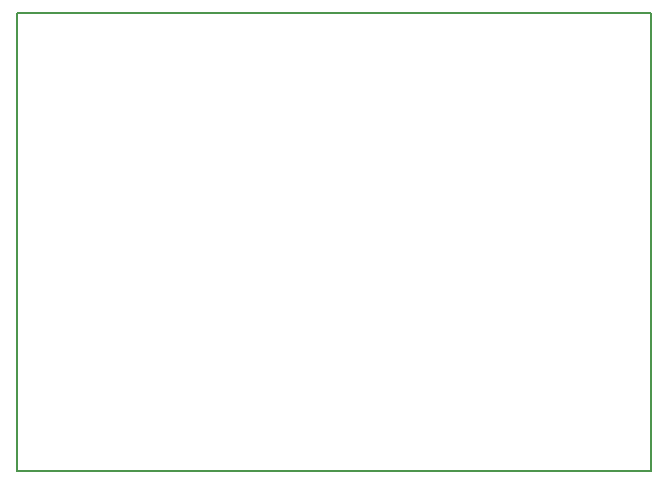
<source format=gbo>
G04 MADE WITH FRITZING*
G04 WWW.FRITZING.ORG*
G04 DOUBLE SIDED*
G04 HOLES PLATED*
G04 CONTOUR ON CENTER OF CONTOUR VECTOR*
%ASAXBY*%
%FSLAX23Y23*%
%MOIN*%
%OFA0B0*%
%SFA1.0B1.0*%
%ADD10R,2.122220X1.535630X2.106220X1.519630*%
%ADD11C,0.008000*%
%LNSILK0*%
G90*
G70*
G54D11*
X4Y1532D02*
X2118Y1532D01*
X2118Y4D01*
X4Y4D01*
X4Y1532D01*
D02*
G04 End of Silk0*
M02*
</source>
